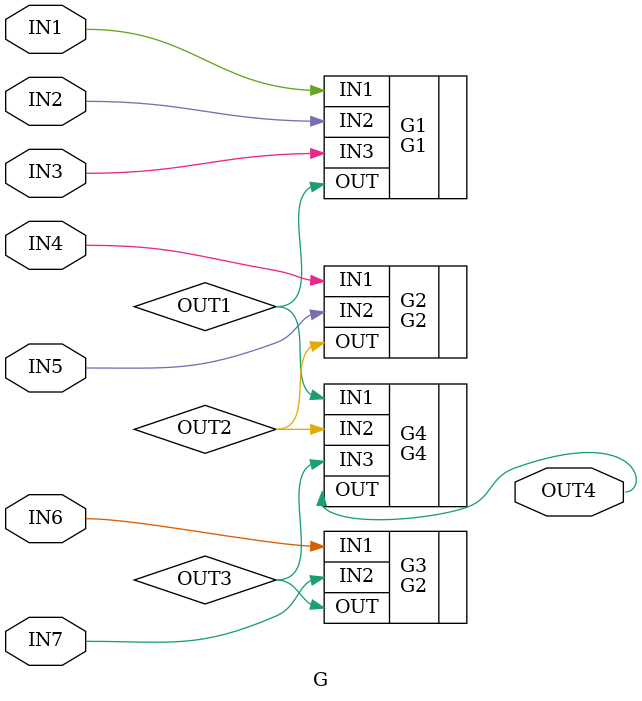
<source format=v>
module G(IN1, IN2, IN3, IN4, IN5, IN6, IN7, OUT4);
	input IN1, IN2, IN3, IN4, IN5, IN6, IN7;
	output OUT4;
	
	wire OUT1, OUT2, OUT3;
	
	G1 G1(
		.IN1(IN1),
		.IN2(IN2),
		.IN3(IN3),
		.OUT(OUT1)
		);
	
	G2 G2(
		.IN1(IN4),
		.IN2(IN5),
		.OUT(OUT2)
		);
	
	G2 G3(
		.IN1(IN6),
		.IN2(IN7),
		.OUT(OUT3)
		);
	
	G4 G4(
		.IN1(OUT1),
		.IN2(OUT2),
		.IN3(OUT3),
		.OUT(OUT4)
		);
endmodule
</source>
